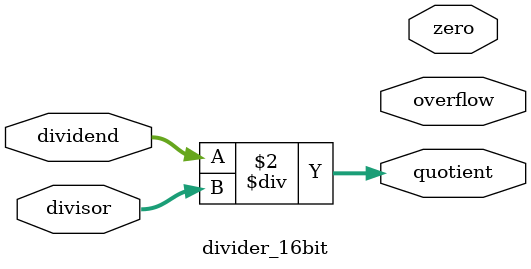
<source format=sv>
module divider_16bit(
  input logic [15:0] dividend,
  input logic [15:0] divisor,
  output logic [15:0] quotient,
  output logic overflow,
  output logic zero
  
);

   always_comb begin

		quotient= dividend/divisor;

	end 

endmodule
</source>
